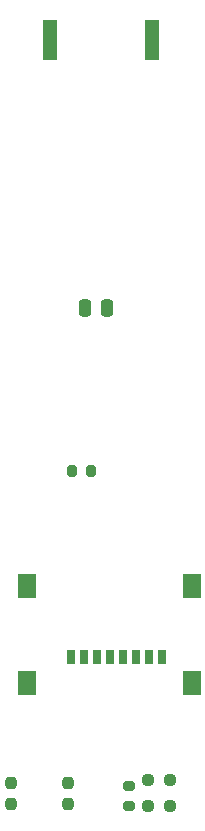
<source format=gbr>
%TF.GenerationSoftware,KiCad,Pcbnew,(7.0.0)*%
%TF.CreationDate,2023-07-06T15:18:01+01:00*%
%TF.ProjectId,wolf flight comp,776f6c66-2066-46c6-9967-687420636f6d,rev?*%
%TF.SameCoordinates,Original*%
%TF.FileFunction,Paste,Bot*%
%TF.FilePolarity,Positive*%
%FSLAX46Y46*%
G04 Gerber Fmt 4.6, Leading zero omitted, Abs format (unit mm)*
G04 Created by KiCad (PCBNEW (7.0.0)) date 2023-07-06 15:18:01*
%MOMM*%
%LPD*%
G01*
G04 APERTURE LIST*
G04 Aperture macros list*
%AMRoundRect*
0 Rectangle with rounded corners*
0 $1 Rounding radius*
0 $2 $3 $4 $5 $6 $7 $8 $9 X,Y pos of 4 corners*
0 Add a 4 corners polygon primitive as box body*
4,1,4,$2,$3,$4,$5,$6,$7,$8,$9,$2,$3,0*
0 Add four circle primitives for the rounded corners*
1,1,$1+$1,$2,$3*
1,1,$1+$1,$4,$5*
1,1,$1+$1,$6,$7*
1,1,$1+$1,$8,$9*
0 Add four rect primitives between the rounded corners*
20,1,$1+$1,$2,$3,$4,$5,0*
20,1,$1+$1,$4,$5,$6,$7,0*
20,1,$1+$1,$6,$7,$8,$9,0*
20,1,$1+$1,$8,$9,$2,$3,0*%
G04 Aperture macros list end*
%ADD10RoundRect,0.237500X0.237500X-0.250000X0.237500X0.250000X-0.237500X0.250000X-0.237500X-0.250000X0*%
%ADD11RoundRect,0.200000X-0.200000X-0.275000X0.200000X-0.275000X0.200000X0.275000X-0.200000X0.275000X0*%
%ADD12R,1.500000X2.000000*%
%ADD13R,0.800000X1.200000*%
%ADD14RoundRect,0.200000X0.275000X-0.200000X0.275000X0.200000X-0.275000X0.200000X-0.275000X-0.200000X0*%
%ADD15RoundRect,0.250000X0.250000X0.475000X-0.250000X0.475000X-0.250000X-0.475000X0.250000X-0.475000X0*%
%ADD16RoundRect,0.237500X0.250000X0.237500X-0.250000X0.237500X-0.250000X-0.237500X0.250000X-0.237500X0*%
%ADD17RoundRect,0.237500X-0.250000X-0.237500X0.250000X-0.237500X0.250000X0.237500X-0.250000X0.237500X0*%
%ADD18R,1.300000X3.400000*%
%ADD19RoundRect,0.237500X-0.237500X0.250000X-0.237500X-0.250000X0.237500X-0.250000X0.237500X0.250000X0*%
G04 APERTURE END LIST*
D10*
%TO.C,R2*%
X161671000Y-127150500D03*
X161671000Y-125325500D03*
%TD*%
D11*
%TO.C,R15*%
X162050000Y-98950000D03*
X163700000Y-98950000D03*
%TD*%
D12*
%TO.C,J8*%
X172171999Y-116838999D03*
X158281999Y-116838999D03*
X158281999Y-108638999D03*
X172171999Y-108638999D03*
D13*
X162001999Y-114638999D03*
X163101999Y-114638999D03*
X164201999Y-114638999D03*
X165301999Y-114638999D03*
X166401999Y-114638999D03*
X167501999Y-114638999D03*
X168601999Y-114638999D03*
X169701999Y-114638999D03*
%TD*%
D14*
%TO.C,R24*%
X166850000Y-127275000D03*
X166850000Y-125625000D03*
%TD*%
D15*
%TO.C,C13*%
X165034000Y-85090000D03*
X163134000Y-85090000D03*
%TD*%
D16*
%TO.C,R1*%
X170330500Y-127254000D03*
X168505500Y-127254000D03*
%TD*%
D17*
%TO.C,R4*%
X168505500Y-125095000D03*
X170330500Y-125095000D03*
%TD*%
D18*
%TO.C,LS1*%
X168849999Y-62399999D03*
X160149999Y-62399999D03*
%TD*%
D19*
%TO.C,R5*%
X156845000Y-125325500D03*
X156845000Y-127150500D03*
%TD*%
M02*

</source>
